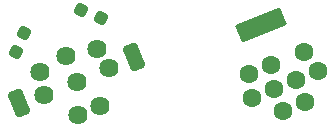
<source format=gbr>
G04 #@! TF.GenerationSoftware,KiCad,Pcbnew,(6.0.6-0)*
G04 #@! TF.CreationDate,2023-01-29T13:03:51-05:00*
G04 #@! TF.ProjectId,RGB Blaster 8DIN Adapter,52474220-426c-4617-9374-657220384449,1*
G04 #@! TF.SameCoordinates,Original*
G04 #@! TF.FileFunction,Soldermask,Top*
G04 #@! TF.FilePolarity,Negative*
%FSLAX46Y46*%
G04 Gerber Fmt 4.6, Leading zero omitted, Abs format (unit mm)*
G04 Created by KiCad (PCBNEW (6.0.6-0)) date 2023-01-29 13:03:51*
%MOMM*%
%LPD*%
G01*
G04 APERTURE LIST*
G04 Aperture macros list*
%AMRoundRect*
0 Rectangle with rounded corners*
0 $1 Rounding radius*
0 $2 $3 $4 $5 $6 $7 $8 $9 X,Y pos of 4 corners*
0 Add a 4 corners polygon primitive as box body*
4,1,4,$2,$3,$4,$5,$6,$7,$8,$9,$2,$3,0*
0 Add four circle primitives for the rounded corners*
1,1,$1+$1,$2,$3*
1,1,$1+$1,$4,$5*
1,1,$1+$1,$6,$7*
1,1,$1+$1,$8,$9*
0 Add four rect primitives between the rounded corners*
20,1,$1+$1,$2,$3,$4,$5,0*
20,1,$1+$1,$4,$5,$6,$7,0*
20,1,$1+$1,$6,$7,$8,$9,0*
20,1,$1+$1,$8,$9,$2,$3,0*%
G04 Aperture macros list end*
%ADD10C,1.601600*%
%ADD11RoundRect,0.050800X-1.573413X-1.444601X2.135323X0.053825X1.573413X1.444601X-2.135323X-0.053825X0*%
%ADD12RoundRect,0.288300X-0.120937X0.322925X-0.316303X-0.137328X0.120937X-0.322925X0.316303X0.137328X0*%
%ADD13RoundRect,0.288300X-0.322925X-0.120937X0.137328X-0.316303X0.322925X0.120937X-0.137328X0.316303X0*%
%ADD14C,1.625600*%
%ADD15RoundRect,0.350800X-0.021530X0.854129X-0.577840X0.629365X0.021530X-0.854129X0.577840X-0.629365X0*%
G04 APERTURE END LIST*
D10*
X150381923Y-106377418D03*
X148527555Y-107126632D03*
X151487077Y-103773837D03*
X149632710Y-104523051D03*
X147778342Y-105272264D03*
X145923974Y-106021477D03*
X150274272Y-102106773D03*
X147492721Y-103230593D03*
X145638353Y-103979806D03*
D11*
X146662140Y-99866795D03*
D12*
X126615134Y-100484619D03*
X125902050Y-102164541D03*
D13*
X131425439Y-98562700D03*
X133105361Y-99275784D03*
D14*
X133003867Y-106744053D03*
X131149500Y-107493266D03*
X133839492Y-103526751D03*
X131076484Y-104643079D03*
D15*
X135886229Y-102559607D03*
X126178614Y-106481738D03*
D14*
X128322748Y-105755661D03*
X132766138Y-101911199D03*
X130199905Y-102473469D03*
X127972597Y-103847915D03*
M02*

</source>
